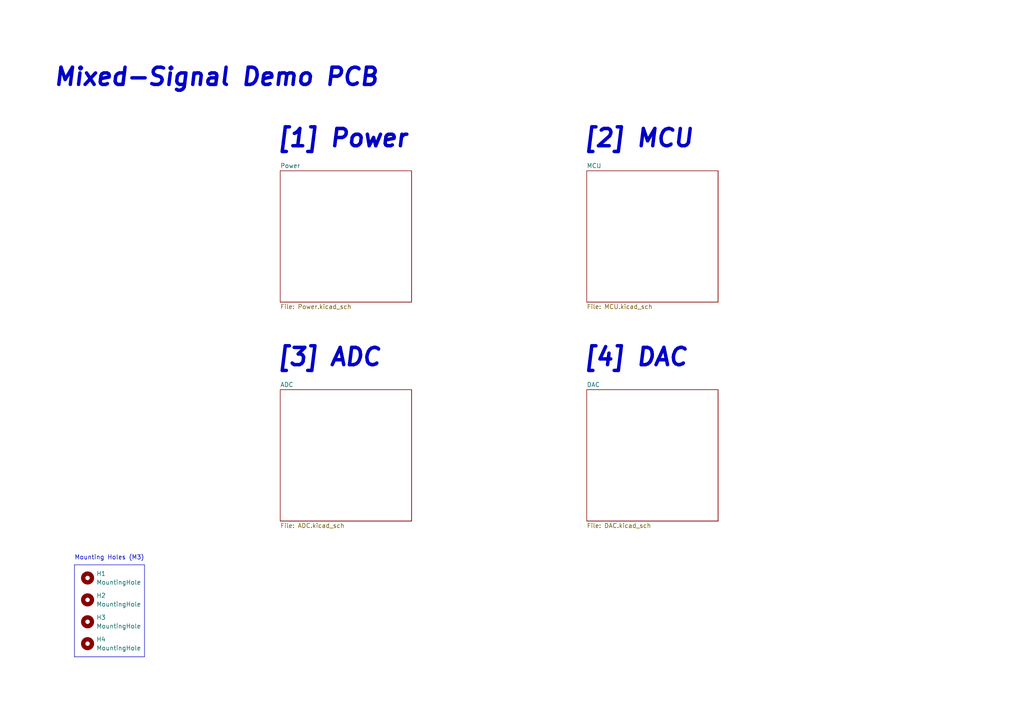
<source format=kicad_sch>
(kicad_sch (version 20250114) (generator "eeschema") (generator_version "9.0")
  (paper "A4")
  (title_block (title "Mixed-Signal Demo PCB") (date "2022-01-04") (rev "0.1"))
  (lib_symbols
    (symbol "Mechanical:MountingHole" (pin_names (offset 1.016))
      (property "Reference" "H" (at 0 5.08 0))
      (property "Value" "MountingHole" (at 0 3.175 0))
      (symbol "MountingHole_0_1"
        (circle (center 0 0) (radius 1.27) (stroke (width 1.27)))
      )
    )
  )
  (text "[4] DAC" (at 168.91 106.68 0) (effects (font (size 5.0038 5.0038) (thickness 1.0008) (bold yes) (italic yes)) (justify left bottom)))
  (text "Mixed-Signal Demo PCB" (at 15.24 25.4 0) (effects (font (size 5.0038 5.0038) (thickness 1.0008) (bold yes) (italic yes)) (justify left bottom)))
  (text "[3] ADC" (at 80.01 106.68 0) (effects (font (size 5.0038 5.0038) (thickness 1.0008) (bold yes) (italic yes)) (justify left bottom)))
  (text "Mounting Holes (M3)" (at 21.59 162.56 0) (effects (font (size 1.27 1.27)) (justify left bottom)))
  (text "[2] MCU" (at 168.91 43.18 0) (effects (font (size 5.0038 5.0038) (thickness 1.0008) (bold yes) (italic yes)) (justify left bottom)))
  (text "[1] Power" (at 80.01 43.18 0) (effects (font (size 5.0038 5.0038) (thickness 1.0008) (bold yes) (italic yes)) (justify left bottom)))
  (polyline (pts (xy 41.91 190.5) (xy 41.91 163.83)))
  (polyline (pts (xy 21.59 163.83) (xy 21.59 190.5)))
  (polyline (pts (xy 21.59 190.5) (xy 41.91 190.5)))
  (polyline (pts (xy 21.59 163.83) (xy 41.91 163.83)))
  (symbol (lib_id "Mechanical:MountingHole") (at 25.4 167.64 0) (unit 1)
    (property "Reference" "H1" (at 27.94 166.3699 0) (effects (justify left)))
    (property "Value" "MountingHole" (at 27.94 168.9099 0) (effects (justify left)))
    (property "Footprint" "MountingHole:MountingHole_3.2mm_M3" (effects (hide yes)))
  )
  (symbol (lib_id "Mechanical:MountingHole") (at 25.4 180.34 0) (unit 1)
    (property "Reference" "H3" (at 27.94 179.0699 0) (effects (justify left)))
    (property "Value" "MountingHole" (at 27.94 181.6099 0) (effects (justify left)))
    (property "Footprint" "MountingHole:MountingHole_3.2mm_M3" (effects (hide yes)))
  )
  (symbol (lib_id "Mechanical:MountingHole") (at 25.4 186.69 0) (unit 1)
    (property "Reference" "H4" (at 27.94 185.4199 0) (effects (justify left)))
    (property "Value" "MountingHole" (at 27.94 187.9599 0) (effects (justify left)))
    (property "Footprint" "MountingHole:MountingHole_3.2mm_M3" (effects (hide yes)))
  )
  (symbol (lib_id "Mechanical:MountingHole") (at 25.4 173.99 0) (unit 1)
    (property "Reference" "H2" (at 27.94 172.7199 0) (effects (justify left)))
    (property "Value" "MountingHole" (at 27.94 175.2599 0) (effects (justify left)))
    (property "Footprint" "MountingHole:MountingHole_3.2mm_M3" (effects (hide yes)))
  )
  (sheet (at 81.28 49.53) (size 38.1 38.1)
    (property "Sheetname" "Power" (at 81.28 48.8184 0) (effects (justify left bottom)))
    (property "Sheetfile" "Power.kicad_sch" (at 81.28 88.2146 0) (effects (justify left top)))
  )
  (sheet (at 170.18 49.53) (size 38.1 38.1)
    (property "Sheetname" "MCU" (at 170.18 48.8184 0) (effects (justify left bottom)))
    (property "Sheetfile" "MCU.kicad_sch" (at 170.18 88.2146 0) (effects (justify left top)))
  )
  (sheet (at 81.28 113.03) (size 38.1 38.1)
    (property "Sheetname" "ADC" (at 81.28 112.3184 0) (effects (justify left bottom)))
    (property "Sheetfile" "ADC.kicad_sch" (at 81.28 151.7146 0) (effects (justify left top)))
  )
  (sheet (at 170.18 113.03) (size 38.1 38.1)
    (property "Sheetname" "DAC" (at 170.18 112.3184 0) (effects (justify left bottom)))
    (property "Sheetfile" "DAC.kicad_sch" (at 170.18 151.7146 0) (effects (justify left top)))
  )
)
</source>
